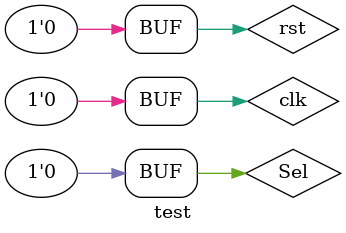
<source format=v>
module test;

	// registers and wires
	reg				clk;
	reg				rst;
	reg				Sel;
	wire	[5:0]	Instruction;
	
	// module under test
	MIPS UUT
	(
		clk,
		rst,
		Sel,
		Instruction
	);
	
	// write a test
	
	initial repeat (650) #(10) clk = ~clk;
	
	initial
	begin
		Sel = 0;
				clk = 0; 	rst = 0;
		#( 35 ) rst = 1;
		#( 40 ) rst = 0;
	end
	
endmodule

</source>
